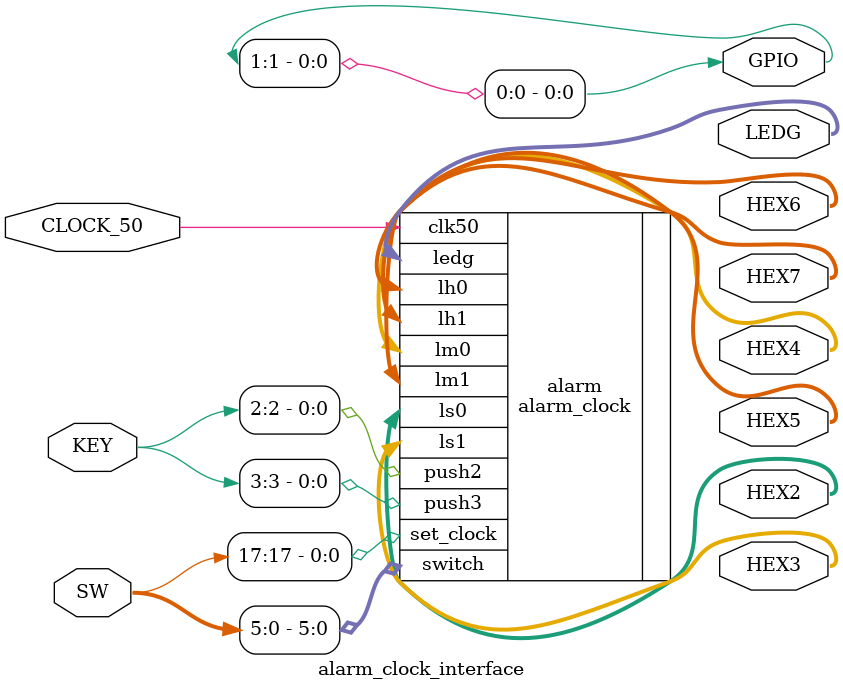
<source format=v>
module alarm_clock_interface (SW, KEY, CLOCK_50, HEX2, HEX3, HEX4, HEX5, HEX6, HEX7,
										LEDG, GPIO);
	input [17:0] SW;
	input [3:2] KEY;
	output [7:0] LEDG;
	input CLOCK_50;
	output [6:0] HEX2, HEX3, HEX4, HEX5, HEX6, HEX7;
	output [1:0]GPIO;
	
alarm_clock alarm(   .clk50(CLOCK_50),
							.set_clock(SW[17]),
							.push2(KEY[2]),
							.push3(KEY[3]),
							.ls0(HEX2),
							.ls1(HEX3),
							.lm0(HEX4),
							.lm1(HEX5),
							.lh0(HEX6),
							.lh1(HEX7),
							.ledg(LEDG[7:0]),
							.switch(SW[5:0]),
							);


assign GPIO[1]=GPIO[0];
endmodule 
</source>
